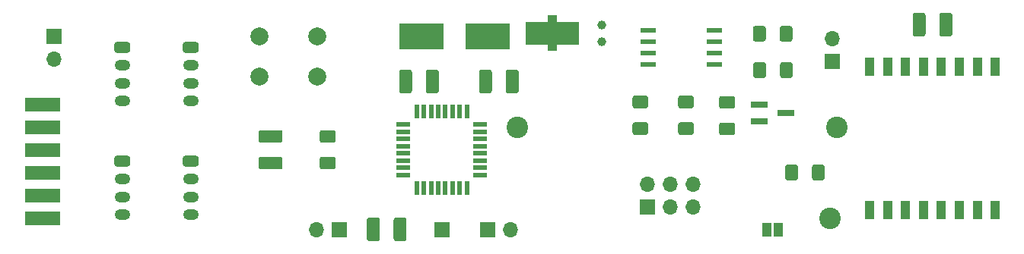
<source format=gbr>
G04 #@! TF.GenerationSoftware,KiCad,Pcbnew,5.1.6+dfsg1-1*
G04 #@! TF.CreationDate,2020-08-09T15:43:52+02:00*
G04 #@! TF.ProjectId,CaLoRa,43614c6f-5261-42e6-9b69-6361645f7063,rev?*
G04 #@! TF.SameCoordinates,Original*
G04 #@! TF.FileFunction,Soldermask,Top*
G04 #@! TF.FilePolarity,Negative*
%FSLAX46Y46*%
G04 Gerber Fmt 4.6, Leading zero omitted, Abs format (unit mm)*
G04 Created by KiCad (PCBNEW 5.1.6+dfsg1-1) date 2020-08-09 15:43:52*
%MOMM*%
%LPD*%
G01*
G04 APERTURE LIST*
%ADD10C,2.400000*%
%ADD11R,1.000000X1.000000*%
%ADD12R,6.000000X2.500000*%
%ADD13C,1.000000*%
%ADD14R,4.900000X3.000000*%
%ADD15R,1.000000X2.000000*%
%ADD16R,1.750000X0.550000*%
%ADD17R,1.600000X0.550000*%
%ADD18R,0.550000X1.600000*%
%ADD19C,2.000000*%
%ADD20R,1.900000X0.800000*%
%ADD21R,1.000000X1.500000*%
%ADD22O,1.700000X1.700000*%
%ADD23R,1.700000X1.700000*%
%ADD24O,1.750000X1.200000*%
%ADD25R,4.000000X1.500000*%
G04 APERTURE END LIST*
D10*
X229870000Y-97790000D03*
G36*
G01*
X227887500Y-93335000D02*
X227887500Y-92085000D01*
G75*
G02*
X228137500Y-91835000I250000J0D01*
G01*
X229062500Y-91835000D01*
G75*
G02*
X229312500Y-92085000I0J-250000D01*
G01*
X229312500Y-93335000D01*
G75*
G02*
X229062500Y-93585000I-250000J0D01*
G01*
X228137500Y-93585000D01*
G75*
G02*
X227887500Y-93335000I0J250000D01*
G01*
G37*
G36*
G01*
X224912500Y-93335000D02*
X224912500Y-92085000D01*
G75*
G02*
X225162500Y-91835000I250000J0D01*
G01*
X226087500Y-91835000D01*
G75*
G02*
X226337500Y-92085000I0J-250000D01*
G01*
X226337500Y-93335000D01*
G75*
G02*
X226087500Y-93585000I-250000J0D01*
G01*
X225162500Y-93585000D01*
G75*
G02*
X224912500Y-93335000I0J250000D01*
G01*
G37*
G36*
G01*
X214493000Y-85548500D02*
X213243000Y-85548500D01*
G75*
G02*
X212993000Y-85298500I0J250000D01*
G01*
X212993000Y-84373500D01*
G75*
G02*
X213243000Y-84123500I250000J0D01*
G01*
X214493000Y-84123500D01*
G75*
G02*
X214743000Y-84373500I0J-250000D01*
G01*
X214743000Y-85298500D01*
G75*
G02*
X214493000Y-85548500I-250000J0D01*
G01*
G37*
G36*
G01*
X214493000Y-88523500D02*
X213243000Y-88523500D01*
G75*
G02*
X212993000Y-88273500I0J250000D01*
G01*
X212993000Y-87348500D01*
G75*
G02*
X213243000Y-87098500I250000J0D01*
G01*
X214493000Y-87098500D01*
G75*
G02*
X214743000Y-87348500I0J-250000D01*
G01*
X214743000Y-88273500D01*
G75*
G02*
X214493000Y-88523500I-250000J0D01*
G01*
G37*
G36*
G01*
X208163000Y-87098500D02*
X209413000Y-87098500D01*
G75*
G02*
X209663000Y-87348500I0J-250000D01*
G01*
X209663000Y-88273500D01*
G75*
G02*
X209413000Y-88523500I-250000J0D01*
G01*
X208163000Y-88523500D01*
G75*
G02*
X207913000Y-88273500I0J250000D01*
G01*
X207913000Y-87348500D01*
G75*
G02*
X208163000Y-87098500I250000J0D01*
G01*
G37*
G36*
G01*
X208163000Y-84123500D02*
X209413000Y-84123500D01*
G75*
G02*
X209663000Y-84373500I0J-250000D01*
G01*
X209663000Y-85298500D01*
G75*
G02*
X209413000Y-85548500I-250000J0D01*
G01*
X208163000Y-85548500D01*
G75*
G02*
X207913000Y-85298500I0J250000D01*
G01*
X207913000Y-84373500D01*
G75*
G02*
X208163000Y-84123500I250000J0D01*
G01*
G37*
G36*
G01*
X183375000Y-81475000D02*
X183375000Y-83625000D01*
G75*
G02*
X183125000Y-83875000I-250000J0D01*
G01*
X182200000Y-83875000D01*
G75*
G02*
X181950000Y-83625000I0J250000D01*
G01*
X181950000Y-81475000D01*
G75*
G02*
X182200000Y-81225000I250000J0D01*
G01*
X183125000Y-81225000D01*
G75*
G02*
X183375000Y-81475000I0J-250000D01*
G01*
G37*
G36*
G01*
X186350000Y-81475000D02*
X186350000Y-83625000D01*
G75*
G02*
X186100000Y-83875000I-250000J0D01*
G01*
X185175000Y-83875000D01*
G75*
G02*
X184925000Y-83625000I0J250000D01*
G01*
X184925000Y-81475000D01*
G75*
G02*
X185175000Y-81225000I250000J0D01*
G01*
X186100000Y-81225000D01*
G75*
G02*
X186350000Y-81475000I0J-250000D01*
G01*
G37*
D11*
X198970000Y-78650000D03*
X198970000Y-75650000D03*
D12*
X198970000Y-77150000D03*
D13*
X204470000Y-78100000D03*
X204470000Y-76200000D03*
D14*
X191770000Y-77470000D03*
X184470000Y-77470000D03*
D15*
X234300000Y-80900000D03*
X236300000Y-80900000D03*
X238300000Y-80900000D03*
X240300000Y-80900000D03*
X242300000Y-80900000D03*
X244300000Y-80900000D03*
X246300000Y-80900000D03*
X248300000Y-80900000D03*
X248300000Y-96900000D03*
X246300000Y-96900000D03*
X244300000Y-96900000D03*
X242300000Y-96900000D03*
X240300000Y-96900000D03*
X238300000Y-96900000D03*
X236300000Y-96900000D03*
X234300000Y-96900000D03*
D16*
X217060000Y-76835000D03*
X217060000Y-78105000D03*
X217060000Y-79375000D03*
X217060000Y-80645000D03*
X209660000Y-80645000D03*
X209660000Y-79375000D03*
X209660000Y-78105000D03*
X209660000Y-76835000D03*
D17*
X190940000Y-87370000D03*
X190940000Y-88170000D03*
X190940000Y-88970000D03*
X190940000Y-89770000D03*
X190940000Y-90570000D03*
X190940000Y-91370000D03*
X190940000Y-92170000D03*
X190940000Y-92970000D03*
D18*
X189490000Y-94420000D03*
X188690000Y-94420000D03*
X187890000Y-94420000D03*
X187090000Y-94420000D03*
X186290000Y-94420000D03*
X185490000Y-94420000D03*
X184690000Y-94420000D03*
X183890000Y-94420000D03*
D17*
X182440000Y-92970000D03*
X182440000Y-92170000D03*
X182440000Y-91370000D03*
X182440000Y-90570000D03*
X182440000Y-89770000D03*
X182440000Y-88970000D03*
X182440000Y-88170000D03*
X182440000Y-87370000D03*
D18*
X183890000Y-85920000D03*
X184690000Y-85920000D03*
X185490000Y-85920000D03*
X186290000Y-85920000D03*
X187090000Y-85920000D03*
X187890000Y-85920000D03*
X188690000Y-85920000D03*
X189490000Y-85920000D03*
D19*
X172870000Y-77470000D03*
X172870000Y-81970000D03*
X166370000Y-77470000D03*
X166370000Y-81970000D03*
G36*
G01*
X222781500Y-80655000D02*
X222781500Y-81905000D01*
G75*
G02*
X222531500Y-82155000I-250000J0D01*
G01*
X221606500Y-82155000D01*
G75*
G02*
X221356500Y-81905000I0J250000D01*
G01*
X221356500Y-80655000D01*
G75*
G02*
X221606500Y-80405000I250000J0D01*
G01*
X222531500Y-80405000D01*
G75*
G02*
X222781500Y-80655000I0J-250000D01*
G01*
G37*
G36*
G01*
X225756500Y-80655000D02*
X225756500Y-81905000D01*
G75*
G02*
X225506500Y-82155000I-250000J0D01*
G01*
X224581500Y-82155000D01*
G75*
G02*
X224331500Y-81905000I0J250000D01*
G01*
X224331500Y-80655000D01*
G75*
G02*
X224581500Y-80405000I250000J0D01*
G01*
X225506500Y-80405000D01*
G75*
G02*
X225756500Y-80655000I0J-250000D01*
G01*
G37*
G36*
G01*
X222745000Y-76591000D02*
X222745000Y-77841000D01*
G75*
G02*
X222495000Y-78091000I-250000J0D01*
G01*
X221570000Y-78091000D01*
G75*
G02*
X221320000Y-77841000I0J250000D01*
G01*
X221320000Y-76591000D01*
G75*
G02*
X221570000Y-76341000I250000J0D01*
G01*
X222495000Y-76341000D01*
G75*
G02*
X222745000Y-76591000I0J-250000D01*
G01*
G37*
G36*
G01*
X225720000Y-76591000D02*
X225720000Y-77841000D01*
G75*
G02*
X225470000Y-78091000I-250000J0D01*
G01*
X224545000Y-78091000D01*
G75*
G02*
X224295000Y-77841000I0J250000D01*
G01*
X224295000Y-76591000D01*
G75*
G02*
X224545000Y-76341000I250000J0D01*
G01*
X225470000Y-76341000D01*
G75*
G02*
X225720000Y-76591000I0J-250000D01*
G01*
G37*
G36*
G01*
X174615000Y-89395000D02*
X173365000Y-89395000D01*
G75*
G02*
X173115000Y-89145000I0J250000D01*
G01*
X173115000Y-88220000D01*
G75*
G02*
X173365000Y-87970000I250000J0D01*
G01*
X174615000Y-87970000D01*
G75*
G02*
X174865000Y-88220000I0J-250000D01*
G01*
X174865000Y-89145000D01*
G75*
G02*
X174615000Y-89395000I-250000J0D01*
G01*
G37*
G36*
G01*
X174615000Y-92370000D02*
X173365000Y-92370000D01*
G75*
G02*
X173115000Y-92120000I0J250000D01*
G01*
X173115000Y-91195000D01*
G75*
G02*
X173365000Y-90945000I250000J0D01*
G01*
X174615000Y-90945000D01*
G75*
G02*
X174865000Y-91195000I0J-250000D01*
G01*
X174865000Y-92120000D01*
G75*
G02*
X174615000Y-92370000I-250000J0D01*
G01*
G37*
G36*
G01*
X219065000Y-85585000D02*
X217815000Y-85585000D01*
G75*
G02*
X217565000Y-85335000I0J250000D01*
G01*
X217565000Y-84410000D01*
G75*
G02*
X217815000Y-84160000I250000J0D01*
G01*
X219065000Y-84160000D01*
G75*
G02*
X219315000Y-84410000I0J-250000D01*
G01*
X219315000Y-85335000D01*
G75*
G02*
X219065000Y-85585000I-250000J0D01*
G01*
G37*
G36*
G01*
X219065000Y-88560000D02*
X217815000Y-88560000D01*
G75*
G02*
X217565000Y-88310000I0J250000D01*
G01*
X217565000Y-87385000D01*
G75*
G02*
X217815000Y-87135000I250000J0D01*
G01*
X219065000Y-87135000D01*
G75*
G02*
X219315000Y-87385000I0J-250000D01*
G01*
X219315000Y-88310000D01*
G75*
G02*
X219065000Y-88560000I-250000J0D01*
G01*
G37*
D20*
X225020000Y-86040000D03*
X222020000Y-86990000D03*
X222020000Y-85090000D03*
D21*
X222870000Y-99060000D03*
X224170000Y-99060000D03*
D22*
X230124000Y-77724000D03*
D23*
X230124000Y-80264000D03*
D22*
X143510000Y-80010000D03*
D23*
X143510000Y-77470000D03*
D24*
X151130000Y-84740000D03*
X151130000Y-82740000D03*
X151130000Y-80740000D03*
G36*
G01*
X150504999Y-78140000D02*
X151755001Y-78140000D01*
G75*
G02*
X152005000Y-78389999I0J-249999D01*
G01*
X152005000Y-79090001D01*
G75*
G02*
X151755001Y-79340000I-249999J0D01*
G01*
X150504999Y-79340000D01*
G75*
G02*
X150255000Y-79090001I0J249999D01*
G01*
X150255000Y-78389999D01*
G75*
G02*
X150504999Y-78140000I249999J0D01*
G01*
G37*
X158750000Y-84740000D03*
X158750000Y-82740000D03*
X158750000Y-80740000D03*
G36*
G01*
X158124999Y-78140000D02*
X159375001Y-78140000D01*
G75*
G02*
X159625000Y-78389999I0J-249999D01*
G01*
X159625000Y-79090001D01*
G75*
G02*
X159375001Y-79340000I-249999J0D01*
G01*
X158124999Y-79340000D01*
G75*
G02*
X157875000Y-79090001I0J249999D01*
G01*
X157875000Y-78389999D01*
G75*
G02*
X158124999Y-78140000I249999J0D01*
G01*
G37*
X151130000Y-97440000D03*
X151130000Y-95440000D03*
X151130000Y-93440000D03*
G36*
G01*
X150504999Y-90840000D02*
X151755001Y-90840000D01*
G75*
G02*
X152005000Y-91089999I0J-249999D01*
G01*
X152005000Y-91790001D01*
G75*
G02*
X151755001Y-92040000I-249999J0D01*
G01*
X150504999Y-92040000D01*
G75*
G02*
X150255000Y-91790001I0J249999D01*
G01*
X150255000Y-91089999D01*
G75*
G02*
X150504999Y-90840000I249999J0D01*
G01*
G37*
X158750000Y-97440000D03*
X158750000Y-95440000D03*
X158750000Y-93440000D03*
G36*
G01*
X158124999Y-90840000D02*
X159375001Y-90840000D01*
G75*
G02*
X159625000Y-91089999I0J-249999D01*
G01*
X159625000Y-91790001D01*
G75*
G02*
X159375001Y-92040000I-249999J0D01*
G01*
X158124999Y-92040000D01*
G75*
G02*
X157875000Y-91790001I0J249999D01*
G01*
X157875000Y-91089999D01*
G75*
G02*
X158124999Y-90840000I249999J0D01*
G01*
G37*
D10*
X195072000Y-87630000D03*
D22*
X214630000Y-93980000D03*
X214630000Y-96520000D03*
X212090000Y-93980000D03*
X212090000Y-96520000D03*
X209550000Y-93980000D03*
D23*
X209550000Y-96520000D03*
D22*
X172720000Y-99060000D03*
D23*
X175260000Y-99060000D03*
D22*
X194310000Y-99060000D03*
D23*
X191770000Y-99060000D03*
D10*
X230632000Y-87630000D03*
D23*
X186690000Y-99060000D03*
D25*
X142240000Y-85090000D03*
X142240000Y-87630000D03*
X142240000Y-90170000D03*
X142240000Y-92710000D03*
X142240000Y-95250000D03*
X142240000Y-97790000D03*
G36*
G01*
X242075000Y-77275000D02*
X242075000Y-75125000D01*
G75*
G02*
X242325000Y-74875000I250000J0D01*
G01*
X243250000Y-74875000D01*
G75*
G02*
X243500000Y-75125000I0J-250000D01*
G01*
X243500000Y-77275000D01*
G75*
G02*
X243250000Y-77525000I-250000J0D01*
G01*
X242325000Y-77525000D01*
G75*
G02*
X242075000Y-77275000I0J250000D01*
G01*
G37*
G36*
G01*
X239100000Y-77275000D02*
X239100000Y-75125000D01*
G75*
G02*
X239350000Y-74875000I250000J0D01*
G01*
X240275000Y-74875000D01*
G75*
G02*
X240525000Y-75125000I0J-250000D01*
G01*
X240525000Y-77275000D01*
G75*
G02*
X240275000Y-77525000I-250000J0D01*
G01*
X239350000Y-77525000D01*
G75*
G02*
X239100000Y-77275000I0J250000D01*
G01*
G37*
G36*
G01*
X181332500Y-100135000D02*
X181332500Y-97985000D01*
G75*
G02*
X181582500Y-97735000I250000J0D01*
G01*
X182507500Y-97735000D01*
G75*
G02*
X182757500Y-97985000I0J-250000D01*
G01*
X182757500Y-100135000D01*
G75*
G02*
X182507500Y-100385000I-250000J0D01*
G01*
X181582500Y-100385000D01*
G75*
G02*
X181332500Y-100135000I0J250000D01*
G01*
G37*
G36*
G01*
X178357500Y-100135000D02*
X178357500Y-97985000D01*
G75*
G02*
X178607500Y-97735000I250000J0D01*
G01*
X179532500Y-97735000D01*
G75*
G02*
X179782500Y-97985000I0J-250000D01*
G01*
X179782500Y-100135000D01*
G75*
G02*
X179532500Y-100385000I-250000J0D01*
G01*
X178607500Y-100385000D01*
G75*
G02*
X178357500Y-100135000I0J250000D01*
G01*
G37*
G36*
G01*
X168715000Y-89395000D02*
X166565000Y-89395000D01*
G75*
G02*
X166315000Y-89145000I0J250000D01*
G01*
X166315000Y-88220000D01*
G75*
G02*
X166565000Y-87970000I250000J0D01*
G01*
X168715000Y-87970000D01*
G75*
G02*
X168965000Y-88220000I0J-250000D01*
G01*
X168965000Y-89145000D01*
G75*
G02*
X168715000Y-89395000I-250000J0D01*
G01*
G37*
G36*
G01*
X168715000Y-92370000D02*
X166565000Y-92370000D01*
G75*
G02*
X166315000Y-92120000I0J250000D01*
G01*
X166315000Y-91195000D01*
G75*
G02*
X166565000Y-90945000I250000J0D01*
G01*
X168715000Y-90945000D01*
G75*
G02*
X168965000Y-91195000I0J-250000D01*
G01*
X168965000Y-92120000D01*
G75*
G02*
X168715000Y-92370000I-250000J0D01*
G01*
G37*
G36*
G01*
X193815000Y-83625000D02*
X193815000Y-81475000D01*
G75*
G02*
X194065000Y-81225000I250000J0D01*
G01*
X194990000Y-81225000D01*
G75*
G02*
X195240000Y-81475000I0J-250000D01*
G01*
X195240000Y-83625000D01*
G75*
G02*
X194990000Y-83875000I-250000J0D01*
G01*
X194065000Y-83875000D01*
G75*
G02*
X193815000Y-83625000I0J250000D01*
G01*
G37*
G36*
G01*
X190840000Y-83625000D02*
X190840000Y-81475000D01*
G75*
G02*
X191090000Y-81225000I250000J0D01*
G01*
X192015000Y-81225000D01*
G75*
G02*
X192265000Y-81475000I0J-250000D01*
G01*
X192265000Y-83625000D01*
G75*
G02*
X192015000Y-83875000I-250000J0D01*
G01*
X191090000Y-83875000D01*
G75*
G02*
X190840000Y-83625000I0J250000D01*
G01*
G37*
M02*

</source>
